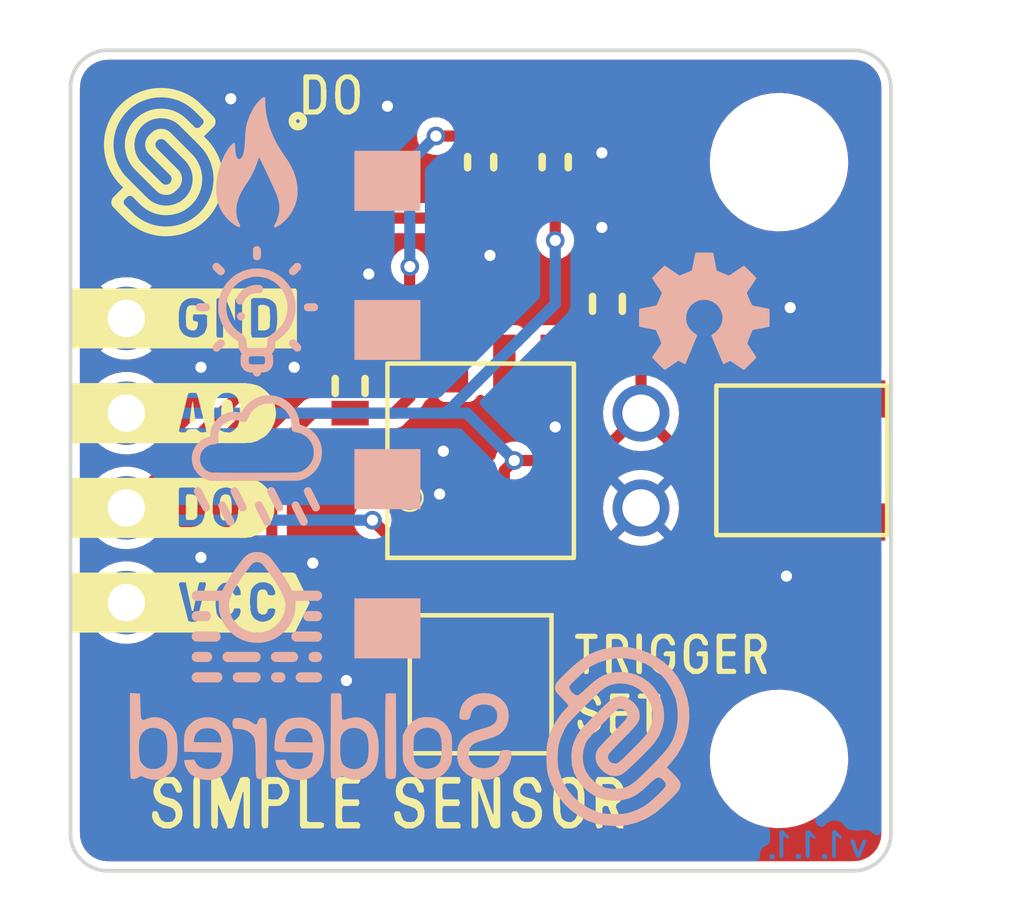
<source format=kicad_pcb>
(kicad_pcb (version 20210623) (generator pcbnew)
  (title_block (title "Simple sensor Fire") (date "2021-07-05") (rev "V1.1.1.") (company "SOLDERED") (comment 1 "333079"))
  (layers (0 "F.Cu" signal) (31 "B.Cu" signal) (34 "B.Paste" user) (35 "F.Paste" user) (36 "B.SilkS" user "B.Silkscreen") (37 "F.SilkS" user "F.Silkscreen") (38 "B.Mask" user) (39 "F.Mask" user) (44 "Edge.Cuts" user))
  (net 0 "")
  (net 1 "A0")
  (net 2 "GND")
  (net 3 "5V")
  (net 4 "Net-(D1-Pad1)")
  (net 5 "D0")
  (net 9 "POT")
  (footprint "e-radionica.com footprinti:HOLE_3.2mm" (layer "F.Cu") (at 99.2 157.2)
    (fp_text reference "H2" hide)
    (fp_text value "HOLE_3.2mm" hide)
    (pad "" np_thru_hole circle locked (at 0 0) (size 3.2 3.2) (drill 3.2) (layers F&B.Cu *.Mask))
  )
  (footprint "e-radionica.com footprinti:0603C" (layer "F.Cu") (at 87.7 147.2 -90)
    (fp_text reference "C2")
    (fp_text value "0.1uF")
    (pad "1" smd rect locked (at -0.73 0 270) (size 0.66 1) (layers "F.Cu" "F.Paste" "F.Mask") (net 2 "GND"))
    (pad "2" smd rect locked (at 0.73 0 270) (size 0.66 1) (layers "F.Cu" "F.Paste" "F.Mask") (net 3 "5V"))
  )
  (footprint "e-radionica.com footprinti:SOIC−8" (layer "F.Cu") (at 91.2 149.2 90)
    (fp_text reference "U1")
    (fp_text value "LM393")
    (pad "1" smd rect locked (at -2.7 -1.905 90) (size 1.55 0.6) (layers "F.Cu" "F.Paste" "F.Mask") (net 5 "D0"))
    (pad "2" smd rect locked (at -2.6 -0.635 90) (size 1.55 0.6) (layers "F.Cu" "F.Paste" "F.Mask") (net 9 "POT"))
    (pad "3" smd rect locked (at -2.6 0.635 90) (size 1.55 0.6) (layers "F.Cu" "F.Paste" "F.Mask") (net 1 "A0"))
    (pad "4" smd rect locked (at -2.6 1.905 90) (size 1.55 0.6) (layers "F.Cu" "F.Paste" "F.Mask") (net 2 "GND"))
    (pad "5" smd rect locked (at 2.6 1.905 90) (size 1.55 0.6) (layers "F.Cu" "F.Paste" "F.Mask"))
    (pad "6" smd rect locked (at 2.6 0.635 90) (size 1.55 0.6) (layers "F.Cu" "F.Paste" "F.Mask"))
    (pad "7" smd rect locked (at 2.6 -0.635 90) (size 1.55 0.6) (layers "F.Cu" "F.Paste" "F.Mask"))
    (pad "8" smd rect locked (at 2.6 -1.905 90) (size 1.55 0.6) (layers "F.Cu" "F.Paste" "F.Mask") (net 3 "5V"))
  )
  (footprint "e-radionica.com footprinti:FIDUCIAL_23" (layer "F.Cu") (at 84.7 155.6)
    (fp_text reference "FD1")
    (fp_text value "FIDUCIAL")
    (fp_circle (center 0 0) (end 1 0) (layer "F.Cu") (width 0.2) (fill none))
    (pad "1" smd circle locked (at 0 0) (size 1 1) (layers "F.Cu" "F.Paste" "F.Mask") (clearance 1.1))
  )
  (footprint "e-radionica.com footprinti:0603C" (layer "F.Cu") (at 94.6 145 -90)
    (fp_text reference "C1")
    (fp_text value "0.1uF")
    (pad "1" smd rect locked (at -0.73 0 270) (size 0.66 1) (layers "F.Cu" "F.Paste" "F.Mask") (net 2 "GND"))
    (pad "2" smd rect locked (at 0.73 0 270) (size 0.66 1) (layers "F.Cu" "F.Paste" "F.Mask") (net 1 "A0"))
  )
  (footprint "Soldered Graphics:Logo-Front-Soldered-4mm" (layer "F.Cu") (at 82.7 141.2)
    (fp_text reference "G***" hide)
    (fp_text value "LOGO" hide)
  )
  (footprint "buzzardLabel" (layer "F.Cu") (at 87.2 139.4)
    (fp_text reference "" (at 0 0) (layer "F.SilkS") (effects (font (size 1.27 1.27))))
    (fp_text value "" (at 0 0) (layer "F.SilkS") (effects (font (size 1.27 1.27))))
  )
  (footprint "buzzardLabel" (layer "F.Cu") (at 79.8 153.01)
    (fp_text reference "" (at 0 0) (layer "F.SilkS") (effects (font (size 1.27 1.27))))
    (fp_text value "" (at 0 0) (layer "F.SilkS") (effects (font (size 1.27 1.27))))
  )
  (footprint "buzzardLabel" (layer "F.Cu") (at 79.8 147.93)
    (fp_text reference "" (at 0 0) (layer "F.SilkS") (effects (font (size 1.27 1.27))))
    (fp_text value "" (at 0 0) (layer "F.SilkS") (effects (font (size 1.27 1.27))))
  )
  (footprint "buzzardLabel" (layer "F.Cu") (at 88.7 158.4)
    (fp_text reference "" (at 0 0) (layer "F.SilkS") (effects (font (size 1.27 1.27))))
    (fp_text value "" (at 0 0) (layer "F.SilkS") (effects (font (size 1.27 1.27))))
  )
  (footprint "e-radionica.com footprinti:0603R" (layer "F.Cu") (at 91.2 141.2 90)
    (fp_text reference "R2")
    (fp_text value "10k")
    (pad "1" smd rect locked (at -0.775 0 180) (size 1 0.64) (layers "F.Cu" "F.Paste" "F.Mask") (net 5 "D0"))
    (pad "2" smd rect locked (at 0.775 0 180) (size 1 0.64) (layers "F.Cu" "F.Paste" "F.Mask") (net 3 "5V"))
  )
  (footprint "Soldered Graphics:Logo-Back-OSH-3.5mm" (layer "F.Cu") (at 97.2 145.2)
    (fp_text reference "G***" hide)
    (fp_text value "LOGO" hide)
  )
  (footprint "Soldered Graphics:Logo-Back-SolderedFULL-15mm" (layer "F.Cu") (at 89.3 156.6)
    (fp_text reference "REF**" hide)
    (fp_text value "Logo-Front-SolderedFULL-15mm" hide)
  )
  (footprint "buzzardLabel" (layer "F.Cu") (at 94.9 156)
    (fp_text reference "" (at 0 0) (layer "F.SilkS") (effects (font (size 1.27 1.27))))
    (fp_text value "" (at 0 0) (layer "F.SilkS") (effects (font (size 1.27 1.27))))
  )
  (footprint "e-radionica.com footprinti:HOLE_3.2mm" (layer "F.Cu") (at 99.2 141.2)
    (fp_text reference "H1" hide)
    (fp_text value "HOLE_3.2mm" hide)
    (pad "" np_thru_hole circle locked (at 0 0) (size 3.2 3.2) (drill 3.2) (layers F&B.Cu *.Mask))
  )
  (footprint "e-radionica.com footprinti:0603R" (layer "F.Cu") (at 93.2 141.2 90)
    (fp_text reference "R1")
    (fp_text value "10k")
    (pad "1" smd rect locked (at -0.775 0 180) (size 1 0.64) (layers "F.Cu" "F.Paste" "F.Mask") (net 1 "A0"))
    (pad "2" smd rect locked (at 0.775 0 180) (size 1 0.64) (layers "F.Cu" "F.Paste" "F.Mask") (net 3 "5V"))
  )
  (footprint "buzzardLabel" (layer "F.Cu") (at 79.8 145.39)
    (fp_text reference "" (at 0 0) (layer "F.SilkS") (effects (font (size 1.27 1.27))))
    (fp_text value "" (at 0 0) (layer "F.SilkS") (effects (font (size 1.27 1.27))))
  )
  (footprint "buzzardLabel" (layer "F.Cu") (at 79.8 150.47)
    (fp_text reference "" (at 0 0) (layer "F.SilkS") (effects (font (size 1.27 1.27))))
    (fp_text value "" (at 0 0) (layer "F.SilkS") (effects (font (size 1.27 1.27))))
  )
  (footprint "e-radionica.com footprinti:0402R" (layer "F.Cu") (at 87.2 142.7 180)
    (fp_text reference "R3")
    (fp_text value "2k2")
    (pad "1" smd rect locked (at -0.5 0 270) (size 0.64 0.54) (layers "F.Cu" "F.Paste" "F.Mask") (net 5 "D0"))
    (pad "2" smd rect locked (at 0.5 0 270) (size 0.64 0.54) (layers "F.Cu" "F.Paste" "F.Mask") (net 4 "Net-(D1-Pad1)"))
  )
  (footprint "e-radionica.com footprinti:tc33x-2-103e" (layer "F.Cu") (at 91.2 155.2 -90)
    (fp_text reference "R4")
    (fp_text value "tc33x-2-103e")
    (pad "1" smd rect locked (at -1 1.8 270) (size 1.2 1.2) (layers "F.Cu" "F.Paste" "F.Mask") (net 3 "5V"))
    (pad "2" smd rect locked (at 0 -1.45 270) (size 1.6 1.5) (layers "F.Cu" "F.Paste" "F.Mask") (net 9 "POT"))
    (pad "3" smd rect locked (at 1 1.8 270) (size 1.2 1.2) (layers "F.Cu" "F.Paste" "F.Mask") (net 2 "GND"))
  )
  (footprint "e-radionica.com footprinti:0402LED" (layer "F.Cu") (at 87.2 140.7 180)
    (fp_text reference "D1")
    (fp_text value "purple")
    (pad "1" smd rect locked (at -0.55 0 270) (size 0.75 0.45) (layers "F.Cu" "F.Paste" "F.Mask") (net 4 "Net-(D1-Pad1)"))
    (pad "2" smd rect locked (at 0.55 0 270) (size 0.75 0.45) (layers "F.Cu" "F.Paste" "F.Mask") (net 2 "GND"))
  )
  (footprint "buzzardLabel" (layer "F.Cu") (at 96.3 154.4)
    (fp_text reference "" (at 0 0) (layer "F.SilkS") (effects (font (size 1.27 1.27))))
    (fp_text value "" (at 0 0) (layer "F.SilkS") (effects (font (size 1.27 1.27))))
  )
  (footprint "e-radionica.com footprinti:JST-SH_2pin_1mm_C145954" (layer "F.Cu") (at 100.2 149.2 90)
    (fp_text reference "K3")
    (fp_text value "JST-SH_2pin_1mm_C145954")
    (pad "" smd rect (at 1.65 0.95 90) (size 1 1.8) (layers "F.Cu" "F.Paste" "F.Mask"))
    (pad "" smd rect (at -1.65 0.95 90) (size 1 1.8) (layers "F.Cu" "F.Paste" "F.Mask"))
    (pad "1" smd rect (at 0.5 -2.5 90) (size 0.4 1.6) (layers "F.Cu" "F.Paste" "F.Mask") (net 1 "A0"))
    (pad "2" smd rect (at -0.5 -2.5 90) (size 0.4 1.6) (layers "F.Cu" "F.Paste" "F.Mask") (net 2 "GND"))
  )
  (footprint "Soldered Graphics:Symbol-Front-Raining" (layer "B.Cu") (at 85.2 149.2 180)
    (fp_text reference "G***" hide)
    (fp_text value "LOGO" hide)
  )
  (footprint "buzzardLabel" (layer "B.Cu") (at 88.7 141.7 180)
    (fp_text reference "" (at 0 0) (layer "B.SilkS") (effects (font (size 1.27 1.27)) (justify mirror)))
    (fp_text value "" (at 0 0) (layer "B.SilkS") (effects (font (size 1.27 1.27)) (justify mirror)))
  )
  (footprint "Soldered Graphics:Version1.1.1." (layer "B.Cu") (at 100.2 159.5 180)
    (fp_text reference "REF**" hide)
    (fp_text value "Version1.1.1." hide)
    (fp_poly (pts (xy -1.15 -0.35) (xy -1.1 -0.35) (xy -1.07 -0.31) (xy -0.92 0.1) (xy -0.94 0.13) (xy -0.99 0.13) (xy -1.02 0.1) (xy -1.11 -0.16) (xy -1.13 -0.21) (xy -1.15 -0.17) (xy -1.24 0.09) (xy -1.26 0.13) (xy -1.32 0.13) (xy -1.34 0.1) (xy -1.18 -0.31) (xy -1.15 -0.35)) (layer "B.Cu") (width 0.01) (fill solid))
    (fp_poly (pts (xy -0.5 -0.35) (xy -0.44 -0.35) (xy -0.43 -0.31) (xy -0.43 0.35) (xy -0.46 0.38) (xy -0.52 0.38) (xy -0.55 0.34) (xy -0.67 0.22) (xy -0.68 0.17) (xy -0.65 0.16) (xy -0.56 0.22) (xy -0.52 0.23) (xy -0.52 -0.31) (xy -0.5 -0.35)) (layer "B.Cu") (width 0.01) (fill solid))
    (fp_poly (pts (xy 0.43 -0.38) (xy 0.48 -0.38) (xy 0.54 -0.37) (xy 0.54 -0.33) (xy 0.54 -0.27) (xy 0.5 -0.26) (xy 0.45 -0.26) (xy 0.42 -0.29) (xy 0.42 -0.34) (xy 0.43 -0.38)) (layer "B.Cu") (width 0.01) (fill solid))
    (fp_poly (pts (xy -0.27 -0.38) (xy -0.22 -0.38) (xy -0.17 -0.37) (xy -0.16 -0.33) (xy -0.16 -0.27) (xy -0.21 -0.26) (xy -0.26 -0.26) (xy -0.29 -0.29) (xy -0.29 -0.34) (xy -0.27 -0.38)) (layer "B.Cu") (width 0.01) (fill solid))
    (fp_poly (pts (xy 0.21 -0.35) (xy 0.26 -0.35) (xy 0.28 -0.31) (xy 0.28 0.35) (xy 0.24 0.38) (xy 0.19 0.38) (xy 0.15 0.34) (xy 0.04 0.22) (xy 0.02 0.17) (xy 0.05 0.16) (xy 0.14 0.22) (xy 0.18 0.23) (xy 0.18 -0.31) (xy 0.21 -0.35)) (layer "B.Cu") (width 0.01) (fill solid))
    (fp_poly (pts (xy 0.91 -0.35) (xy 0.96 -0.35) (xy 0.98 -0.31) (xy 0.98 0.35) (xy 0.95 0.38) (xy 0.89 0.38) (xy 0.86 0.34) (xy 0.74 0.22) (xy 0.73 0.17) (xy 0.76 0.16) (xy 0.85 0.22) (xy 0.89 0.23) (xy 0.89 -0.31) (xy 0.91 -0.35)) (layer "B.Cu") (width 0.01) (fill solid))
    (fp_poly (pts (xy 1.14 -0.38) (xy 1.19 -0.38) (xy 1.24 -0.37) (xy 1.25 -0.33) (xy 1.25 -0.27) (xy 1.2 -0.26) (xy 1.15 -0.26) (xy 1.12 -0.29) (xy 1.12 -0.34) (xy 1.14 -0.38)) (layer "B.Cu") (width 0.01) (fill solid))
  )
  (footprint "e-radionica.com footprinti:HEADER_MALE_2X1" (layer "B.Cu") (at 95.5 149.2 90)
    (fp_text reference "K1")
    (fp_text value "HEADER_MALE_2X1")
    (pad "1" thru_hole circle locked (at -1.27 0 90) (size 1.524 1.524) (drill 1) (layers *.Cu *.Mask) (net 2 "GND"))
    (pad "2" thru_hole circle locked (at 1.27 0 90) (size 1.524 1.524) (drill 1) (layers *.Cu *.Mask) (net 1 "A0"))
  )
  (footprint "Soldered Graphics:Symbol-Front-Water-Sensoric" (layer "B.Cu") (at 85.2 153.4 180)
    (fp_text reference "G***" hide)
    (fp_text value "LOGO" hide)
  )
  (footprint "Soldered Graphics:Symbol-Front-Light" (layer "B.Cu") (at 85.2 145.2 180)
    (fp_text reference "G***" hide)
    (fp_text value "LOGO" hide)
  )
  (footprint "buzzardLabel" (layer "B.Cu") (at 88.7 145.7 180)
    (fp_text reference "" (at 0 0) (layer "B.SilkS") (effects (font (size 1.27 1.27)) (justify mirror)))
    (fp_text value "" (at 0 0) (layer "B.SilkS") (effects (font (size 1.27 1.27)) (justify mirror)))
  )
  (footprint "e-radionica.com footprinti:HEADER_MALE_4X1" (layer "B.Cu") (at 81.7 149.2 -90)
    (fp_text reference "K2")
    (fp_text value "HEADER_MALE_4X1")
    (pad "1" thru_hole circle locked (at -3.81 0 270) (size 1.7 1.7) (drill 1) (layers *.Cu *.Mask) (net 2 "GND"))
    (pad "2" thru_hole circle locked (at -1.27 0 270) (size 1.7 1.7) (drill 1) (layers *.Cu *.Mask) (net 1 "A0"))
    (pad "3" thru_hole circle locked (at 1.27 0 270) (size 1.7 1.7) (drill 1) (layers *.Cu *.Mask) (net 5 "D0"))
    (pad "4" thru_hole circle locked (at 3.81 0 270) (size 1.7 1.7) (drill 1) (layers *.Cu *.Mask) (net 3 "5V"))
  )
  (footprint "buzzardLabel" (layer "B.Cu") (at 88.7 149.7 180)
    (fp_text reference "" (at 0 0) (layer "B.SilkS") (effects (font (size 1.27 1.27)) (justify mirror)))
    (fp_text value "" (at 0 0) (layer "B.SilkS") (effects (font (size 1.27 1.27)) (justify mirror)))
  )
  (footprint "Soldered Graphics:Symbol-Front-Flame" (layer "B.Cu") (at 85.2 141.2 180)
    (fp_text reference "G***" hide)
    (fp_text value "LOGO" hide)
  )
  (footprint "buzzardLabel" (layer "B.Cu") (at 88.7 153.7 180)
    (fp_text reference "" (at 0 0) (layer "B.SilkS") (effects (font (size 1.27 1.27)) (justify mirror)))
    (fp_text value "" (at 0 0) (layer "B.SilkS") (effects (font (size 1.27 1.27)) (justify mirror)))
  )
  (gr_line (start 80.2 139.2) (end 80.2 159.2) (layer "Edge.Cuts") (width 0.1))
  (gr_arc (start 81.2 159.2) (end 81.2 160.2) (angle 90) (layer "Edge.Cuts") (width 0.1))
  (gr_arc (start 101.2 139.2) (end 101.2 138.2) (angle 90) (layer "Edge.Cuts") (width 0.1))
  (gr_arc (start 81.2 139.2) (end 81.2 138.2) (angle -90) (layer "Edge.Cuts") (width 0.1))
  (gr_line (start 81.2 160.2) (end 101.2 160.2) (layer "Edge.Cuts") (width 0.1))
  (gr_line (start 102.2 159.2) (end 102.2 139.2) (layer "Edge.Cuts") (width 0.1))
  (gr_arc (start 101.2 159.2) (end 101.2 160.2) (angle -90) (layer "Edge.Cuts") (width 0.1))
  (gr_line (start 101.2 138.2) (end 81.2 138.2) (layer "Edge.Cuts") (width 0.1))
  (segment (start 94.6 145.73) (end 94.63 145.73) (width 0.3) (layer "F.Cu") (net 1))
  (segment (start 93.2 143.3) (end 93.2 141.975) (width 0.3) (layer "F.Cu") (net 1))
  (segment (start 91.835 149.465) (end 92.1 149.2) (width 0.3) (layer "F.Cu") (net 1))
  (segment (start 91.835 151.8) (end 91.835 149.465) (width 0.3) (layer "F.Cu") (net 1))
  (segment (start 92.1 149.2) (end 94.23 149.2) (width 0.3) (layer "F.Cu") (net 1))
  (segment (start 94.23 149.2) (end 95.5 147.93) (width 0.3) (layer "F.Cu") (net 1))
  (segment (start 94.63 145.73) (end 95.5 146.6) (width 0.3) (layer "F.Cu") (net 1))
  (segment (start 96.27 148.7) (end 95.5 147.93) (width 0.3) (layer "F.Cu") (net 1))
  (segment (start 97.7 148.7) (end 96.27 148.7) (width 0.3) (layer "F.Cu") (net 1))
  (segment (start 95.5 146.6) (end 95.5 147.93) (width 0.3) (layer "F.Cu") (net 1))
  (via (at 92.1 149.2) (size 0.5) (drill 0.3) (layers "F.Cu" "B.Cu") (net 1))
  (via (at 93.2 143.3) (size 0.5) (drill 0.3) (layers "F.Cu" "B.Cu") (net 1))
  (segment (start 90.83 147.93) (end 92.1 149.2) (width 0.3) (layer "B.Cu") (net 1))
  (segment (start 93.2 143.3) (end 93.2 145) (width 0.3) (layer "B.Cu") (net 1))
  (segment (start 90.27 147.93) (end 90.83 147.93) (width 0.3) (layer "B.Cu") (net 1))
  (segment (start 81.7 147.93) (end 90.27 147.93) (width 0.3) (layer "B.Cu") (net 1))
  (segment (start 93.2 145) (end 90.27 147.93) (width 0.3) (layer "B.Cu") (net 1))
  (via (at 86.2 146.7) (size 0.5) (drill 0.3) (layers "F.Cu" "B.Cu") (net 2))
  (via (at 99.5 145.1) (size 0.5) (drill 0.3) (layers "F.Cu" "B.Cu") (net 2))
  (via (at 84.5 139.5) (size 0.5) (drill 0.3) (layers "F.Cu" "B.Cu") (net 2))
  (via (at 88.2 144.2) (size 0.5) (drill 0.3) (layers "F.Cu" "B.Cu") (net 2))
  (via (at 83.7 146.7) (size 0.5) (drill 0.3) (layers "F.Cu" "B.Cu") (net 2))
  (via (at 83.7 151.8) (size 0.5) (drill 0.3) (layers "F.Cu" "B.Cu") (net 2))
  (via (at 90.2 148.95) (size 0.5) (drill 0.3) (layers "F.Cu" "B.Cu") (net 2))
  (via (at 99.4 152.3) (size 0.5) (drill 0.3) (layers "F.Cu" "B.Cu") (net 2))
  (via (at 90.1 150.1) (size 0.5) (drill 0.3) (layers "F.Cu" "B.Cu") (net 2))
  (via (at 94.45 140.95) (size 0.5) (drill 0.3) (layers "F.Cu" "B.Cu") (net 2))
  (via (at 94.45 142.95) (size 0.5) (drill 0.3) (layers "F.Cu" "B.Cu") (net 2))
  (via (at 86.7 151.95) (size 0.5) (drill 0.3) (layers "F.Cu" "B.Cu") (net 2))
  (via (at 87.6 155.1) (size 0.5) (drill 0.3) (layers "F.Cu" "B.Cu") (net 2))
  (via (at 88.7 139.7) (size 0.5) (drill 0.3) (layers "F.Cu" "B.Cu") (net 2))
  (via (at 93.2 148.3) (size 0.5) (drill 0.3) (layers "F.Cu" "B.Cu") (net 2))
  (via (at 91.45 143.7) (size 0.5) (drill 0.3) (layers "F.Cu" "B.Cu") (net 2))
  (segment (start 89.3 147.5) (end 89.3 146.605) (width 0.3) (layer "F.Cu") (net 3))
  (segment (start 85.6 149.03) (end 85.6 152.12) (width 0.3) (layer "F.Cu") (net 3))
  (segment (start 87.11 153.01) (end 88.3 154.2) (width 0.3) (layer "F.Cu") (net 3))
  (segment (start 93.2 140.425) (end 91.2 140.425) (width 0.3) (layer "F.Cu") (net 3))
  (segment (start 90 140.5) (end 91.125 140.5) (width 0.3) (layer "F.Cu") (net 3))
  (segment (start 89.295 146.6) (end 89.295 144.005) (width 0.3) (layer "F.Cu") (net 3))
  (segment (start 87.7 147.93) (end 88.87 147.93) (width 0.3) (layer "F.Cu") (net 3))
  (segment (start 89.3 146.605) (end 89.295 146.6) (width 0.3) (layer "F.Cu") (net 3))
  (segment (start 85.6 149.03) (end 86.7 147.93) (width 0.3) (layer "F.Cu") (net 3))
  (segment (start 84.71 153.01) (end 87.11 153.01) (width 0.3) (layer "F.Cu") (net 3))
  (segment (start 86.7 147.93) (end 87.7 147.93) (width 0.3) (layer "F.Cu") (net 3))
  (segment (start 84.71 153.01) (end 81.7 153.01) (width 0.3) (layer "F.Cu") (net 3))
  (segment (start 91.125 140.5) (end 91.2 140.425) (width 0.3) (layer "F.Cu") (net 3))
  (segment (start 85.6 152.12) (end 84.71 153.01) (width 0.3) (layer "F.Cu") (net 3))
  (segment (start 88.87 147.93) (end 89.3 147.5) (width 0.3) (layer "F.Cu") (net 3))
  (segment (start 88.3 154.2) (end 89.5 154.2) (width 0.3) (layer "F.Cu") (net 3))
  (via (at 89.3 144) (size 0.5) (drill 0.3) (layers "F.Cu" "B.Cu") (net 3))
  (via (at 90 140.5) (size 0.5) (drill 0.3) (layers "F.Cu" "B.Cu") (net 3))
  (segment (start 89.3 141.2) (end 90 140.5) (width 0.3) (layer "B.Cu") (net 3))
  (segment (start 89.3 144) (end 89.3 141.2) (width 0.3) (layer "B.Cu") (net 3))
  (segment (start 87.75 141.15) (end 87.75 140.7) (width 0.3) (layer "F.Cu") (net 4))
  (segment (start 86.7 142.2) (end 87.75 141.15) (width 0.3) (layer "F.Cu") (net 4))
  (segment (start 86.7 142.7) (end 86.7 142.2) (width 0.3) (layer "F.Cu") (net 4))
  (segment (start 88.3 150.8) (end 88.3 150.905) (width 0.3) (layer "F.Cu") (net 5))
  (segment (start 87.7 142.7) (end 90.475 142.7) (width 0.3) (layer "F.Cu") (net 5))
  (segment (start 87.7 143.3) (end 87.7 142.7) (width 0.3) (layer "F.Cu") (net 5))
  (segment (start 85.2 146.97) (end 85.2 145.8) (width 0.3) (layer "F.Cu") (net 5))
  (segment (start 81.7 150.47) (end 85.2 146.97) (width 0.3) (layer "F.Cu") (net 5))
  (segment (start 89.295 151.9) (end 89.295 151.795) (width 0.3) (layer "F.Cu") (net 5))
  (segment (start 90.475 142.7) (end 91.2 141.975) (width 0.3) (layer "F.Cu") (net 5))
  (segment (start 89.295 151.795) (end 88.3 150.8) (width 0.3) (layer "F.Cu") (net 5))
  (segment (start 85.2 145.8) (end 87.7 143.3) (width 0.3) (layer "F.Cu") (net 5))
  (via (at 88.3 150.8) (size 0.5) (drill 0.3) (layers "F.Cu" "B.Cu") (net 5))
  (segment (start 82.03 150.8) (end 81.7 150.47) (width 0.3) (layer "B.Cu") (net 5))
  (segment (start 88.3 150.8) (end 82.03 150.8) (width 0.3) (layer "B.Cu") (net 5))
  (segment (start 91.3 153.9) (end 92.3 153.9) (width 0.3) (layer "F.Cu") (net 9))
  (segment (start 90.565 153.165) (end 91.3 153.9) (width 0.3) (layer "F.Cu") (net 9))
  (segment (start 92.3 153.9) (end 92.65 154.25) (width 0.3) (layer "F.Cu") (net 9))
  (segment (start 90.565 151.8) (end 90.565 153.165) (width 0.3) (layer "F.Cu") (net 9))
  (segment (start 92.65 154.25) (end 92.65 155.2) (width 0.3) (layer "F.Cu") (net 9))
  (zone (net 2) (net_name "GND") (layers F&B.Cu) (connect_pads (clearance 0.254)) (min_thickness 0.254) (fill yes (thermal_gap 0.254) (thermal_bridge_width 0.254))
    (polygon (pts (xy 102.2 160.2) (xy 80.2 160.2) (xy 80.2 138.2) (xy 102.2 138.2)))
  )
)
</source>
